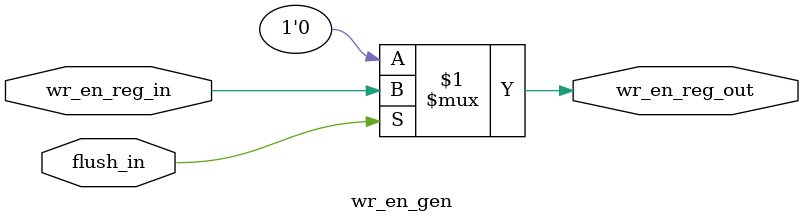
<source format=v>
module wr_en_gen (
    input wr_en_reg_in,
    input flush_in,
    output wr_en_reg_out
);

assign wr_en_reg_out = flush_in ? wr_en_reg_in : 1'b0;

endmodule
</source>
